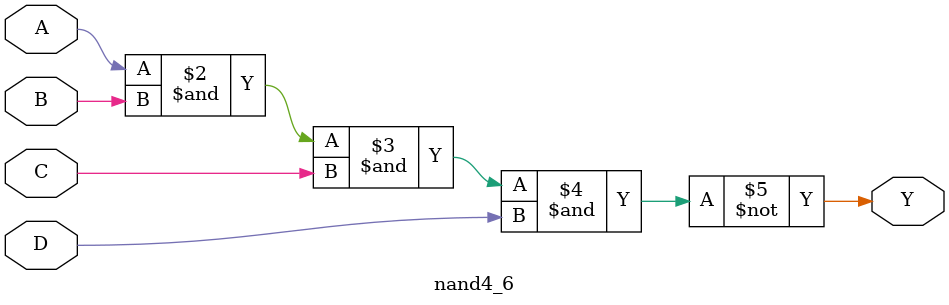
<source format=sv>
module nand4_6 (input wire A, input wire B, input wire C, input wire D, output reg Y);
    always @ (A or B or C or D)
        Y = ~(A & B & C & D);  // Procedural block implementation of 4-input NAND gate
endmodule
</source>
